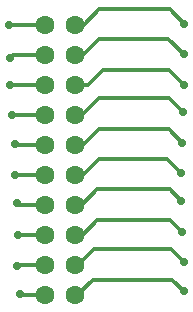
<source format=gtl>
G04 (created by PCBNEW (2013-08-24 BZR 4298)-stable) date Thu 21 Nov 2013 10:15:51 PM PST*
%MOIN*%
G04 Gerber Fmt 3.4, Leading zero omitted, Abs format*
%FSLAX34Y34*%
G01*
G70*
G90*
G04 APERTURE LIST*
%ADD10C,0.005906*%
%ADD11C,0.062992*%
%ADD12C,0.027559*%
%ADD13C,0.011811*%
G04 APERTURE END LIST*
G54D10*
G54D11*
X52035Y-37641D03*
X53035Y-37641D03*
X52035Y-40641D03*
X53035Y-39641D03*
X53035Y-38641D03*
X52035Y-38641D03*
X52035Y-39641D03*
X52035Y-41641D03*
X53035Y-40641D03*
X53035Y-41641D03*
X53035Y-42641D03*
X53035Y-46641D03*
X53035Y-45641D03*
X53035Y-44641D03*
X53035Y-43641D03*
X52035Y-42641D03*
X52035Y-43641D03*
X52035Y-44641D03*
X52035Y-45641D03*
X52035Y-46641D03*
G54D12*
X50818Y-37641D03*
X56653Y-46515D03*
X56669Y-37598D03*
X51106Y-45661D03*
X56669Y-45539D03*
X56649Y-39629D03*
X50940Y-40629D03*
X56649Y-38618D03*
X50858Y-39641D03*
X50858Y-38740D03*
X56594Y-44535D03*
X51118Y-44641D03*
X56570Y-43511D03*
X51090Y-43570D03*
X56570Y-42578D03*
X51011Y-42641D03*
X56610Y-41570D03*
X51011Y-41618D03*
X56618Y-40551D03*
X51208Y-46590D03*
G54D13*
X50818Y-37641D02*
X52035Y-37641D01*
X53035Y-46641D02*
X53106Y-46641D01*
X56263Y-46125D02*
X56653Y-46515D01*
X53622Y-46125D02*
X56263Y-46125D01*
X53106Y-46641D02*
X53622Y-46125D01*
X53035Y-37641D02*
X53318Y-37641D01*
X56188Y-37118D02*
X56669Y-37598D01*
X53842Y-37118D02*
X56188Y-37118D01*
X53318Y-37641D02*
X53842Y-37118D01*
X51125Y-45641D02*
X52035Y-45641D01*
X51106Y-45661D02*
X51125Y-45641D01*
X53035Y-45641D02*
X53118Y-45641D01*
X56236Y-45106D02*
X56669Y-45539D01*
X53653Y-45106D02*
X56236Y-45106D01*
X53118Y-45641D02*
X53653Y-45106D01*
X53035Y-39641D02*
X53456Y-39641D01*
X56161Y-39141D02*
X56649Y-39629D01*
X53956Y-39141D02*
X56161Y-39141D01*
X53456Y-39641D02*
X53956Y-39141D01*
X50952Y-40641D02*
X52035Y-40641D01*
X50940Y-40629D02*
X50952Y-40641D01*
X53035Y-38641D02*
X53279Y-38641D01*
X56141Y-38110D02*
X56649Y-38618D01*
X53811Y-38110D02*
X56141Y-38110D01*
X53279Y-38641D02*
X53811Y-38110D01*
X50858Y-39641D02*
X52035Y-39641D01*
X50956Y-38641D02*
X52035Y-38641D01*
X50858Y-38740D02*
X50956Y-38641D01*
X53035Y-44641D02*
X53279Y-44641D01*
X56204Y-44145D02*
X56594Y-44535D01*
X53775Y-44145D02*
X56204Y-44145D01*
X53279Y-44641D02*
X53775Y-44145D01*
X51118Y-44641D02*
X52035Y-44641D01*
X53035Y-43641D02*
X53248Y-43641D01*
X56177Y-43118D02*
X56570Y-43511D01*
X53771Y-43118D02*
X56177Y-43118D01*
X53248Y-43641D02*
X53771Y-43118D01*
X51161Y-43641D02*
X52035Y-43641D01*
X51090Y-43570D02*
X51161Y-43641D01*
X53035Y-42641D02*
X53295Y-42641D01*
X56090Y-42098D02*
X56570Y-42578D01*
X53838Y-42098D02*
X56090Y-42098D01*
X53295Y-42641D02*
X53838Y-42098D01*
X51011Y-42641D02*
X52035Y-42641D01*
X53035Y-41641D02*
X53299Y-41641D01*
X56149Y-41110D02*
X56610Y-41570D01*
X53830Y-41110D02*
X56149Y-41110D01*
X53299Y-41641D02*
X53830Y-41110D01*
X51035Y-41641D02*
X52035Y-41641D01*
X51011Y-41618D02*
X51035Y-41641D01*
X53035Y-40641D02*
X53267Y-40641D01*
X56145Y-40078D02*
X56618Y-40551D01*
X53830Y-40078D02*
X56145Y-40078D01*
X53267Y-40641D02*
X53830Y-40078D01*
X51259Y-46641D02*
X52035Y-46641D01*
X51208Y-46590D02*
X51259Y-46641D01*
M02*

</source>
